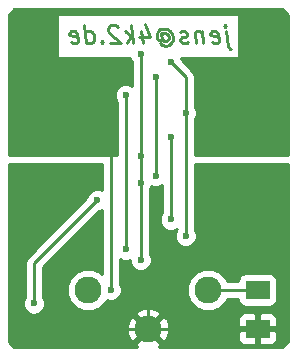
<source format=gbr>
G04 #@! TF.FileFunction,Copper,L2,Bot,Signal*
%FSLAX46Y46*%
G04 Gerber Fmt 4.6, Leading zero omitted, Abs format (unit mm)*
G04 Created by KiCad (PCBNEW 4.0.5) date Sat Apr  1 12:10:48 2017*
%MOMM*%
%LPD*%
G01*
G04 APERTURE LIST*
%ADD10C,0.100000*%
%ADD11C,0.250000*%
%ADD12R,2.032000X1.524000*%
%ADD13C,2.286000*%
%ADD14C,0.600000*%
%ADD15C,0.254000*%
G04 APERTURE END LIST*
D10*
D11*
X176619963Y-89340571D02*
X176780678Y-90626286D01*
X176869964Y-90769143D01*
X177021749Y-90840571D01*
X177093177Y-90840571D01*
X176557463Y-88840571D02*
X176637821Y-88912000D01*
X176575321Y-88983429D01*
X176494964Y-88912000D01*
X176557463Y-88840571D01*
X176575321Y-88983429D01*
X175450321Y-90269143D02*
X175602106Y-90340571D01*
X175887820Y-90340571D01*
X176021749Y-90269143D01*
X176075321Y-90126286D01*
X176003892Y-89554857D01*
X175914606Y-89412000D01*
X175762820Y-89340571D01*
X175477106Y-89340571D01*
X175343178Y-89412000D01*
X175289606Y-89554857D01*
X175307463Y-89697714D01*
X176039606Y-89840571D01*
X174619963Y-89340571D02*
X174744963Y-90340571D01*
X174637821Y-89483429D02*
X174557464Y-89412000D01*
X174405677Y-89340571D01*
X174191392Y-89340571D01*
X174057464Y-89412000D01*
X174003892Y-89554857D01*
X174102106Y-90340571D01*
X173450321Y-90269143D02*
X173316392Y-90340571D01*
X173030677Y-90340571D01*
X172878892Y-90269143D01*
X172789607Y-90126286D01*
X172780678Y-90054857D01*
X172834249Y-89912000D01*
X172968177Y-89840571D01*
X173182463Y-89840571D01*
X173316392Y-89769143D01*
X173369964Y-89626286D01*
X173361035Y-89554857D01*
X173271749Y-89412000D01*
X173119963Y-89340571D01*
X172905677Y-89340571D01*
X172771749Y-89412000D01*
X171155678Y-89626286D02*
X171218177Y-89554857D01*
X171352106Y-89483429D01*
X171494964Y-89483429D01*
X171646749Y-89554857D01*
X171727106Y-89626286D01*
X171816392Y-89769143D01*
X171834249Y-89912000D01*
X171780677Y-90054857D01*
X171718178Y-90126286D01*
X171584249Y-90197714D01*
X171441391Y-90197714D01*
X171289606Y-90126286D01*
X171209249Y-90054857D01*
X171137821Y-89483429D02*
X171209249Y-90054857D01*
X171146749Y-90126286D01*
X171075321Y-90126286D01*
X170923534Y-90054857D01*
X170834249Y-89912000D01*
X170789606Y-89554857D01*
X170905677Y-89340571D01*
X171102106Y-89197714D01*
X171378892Y-89126286D01*
X171673534Y-89197714D01*
X171905677Y-89340571D01*
X172075320Y-89554857D01*
X172182463Y-89840571D01*
X172146749Y-90126286D01*
X172030677Y-90340571D01*
X171834249Y-90483429D01*
X171557463Y-90554857D01*
X171262821Y-90483429D01*
X171030677Y-90340571D01*
X169477106Y-89340571D02*
X169602106Y-90340571D01*
X169762821Y-88769143D02*
X170253892Y-89840571D01*
X169325320Y-89840571D01*
X168816392Y-90340571D02*
X168628892Y-88840571D01*
X168602107Y-89769143D02*
X168244964Y-90340571D01*
X168119964Y-89340571D02*
X168762821Y-89912000D01*
X167503893Y-88983429D02*
X167423535Y-88912000D01*
X167271749Y-88840571D01*
X166914606Y-88840571D01*
X166780678Y-88912000D01*
X166718178Y-88983429D01*
X166664607Y-89126286D01*
X166682464Y-89269143D01*
X166780678Y-89483429D01*
X167744963Y-90340571D01*
X166816392Y-90340571D01*
X166155678Y-90197714D02*
X166093179Y-90269143D01*
X166173535Y-90340571D01*
X166236036Y-90269143D01*
X166155678Y-90197714D01*
X166173535Y-90340571D01*
X164816392Y-90340571D02*
X164628892Y-88840571D01*
X164807464Y-90269143D02*
X164959249Y-90340571D01*
X165244963Y-90340571D01*
X165378893Y-90269143D01*
X165441392Y-90197714D01*
X165494964Y-90054857D01*
X165441393Y-89626286D01*
X165352107Y-89483429D01*
X165271750Y-89412000D01*
X165119963Y-89340571D01*
X164834249Y-89340571D01*
X164700321Y-89412000D01*
X163521750Y-90269143D02*
X163673535Y-90340571D01*
X163959249Y-90340571D01*
X164093178Y-90269143D01*
X164146750Y-90126286D01*
X164075321Y-89554857D01*
X163986035Y-89412000D01*
X163834249Y-89340571D01*
X163548535Y-89340571D01*
X163414607Y-89412000D01*
X163361035Y-89554857D01*
X163378892Y-89697714D01*
X164111035Y-89840571D01*
D12*
X179324000Y-111252000D03*
X179324000Y-114554000D03*
D13*
X164973000Y-111252000D03*
X175133000Y-111252000D03*
X170053000Y-114554000D03*
D14*
X170688000Y-101600000D03*
X170688000Y-93218000D03*
X165735000Y-103632000D03*
X160401000Y-112395000D03*
X169418000Y-91313000D03*
X169418000Y-99949000D03*
X169418000Y-108712000D03*
X169418000Y-102235000D03*
X171958000Y-91948000D03*
X173228000Y-106680000D03*
X173228000Y-96266000D03*
X168148000Y-94752416D03*
X168148000Y-107823000D03*
X171958000Y-105283000D03*
X171958000Y-98298000D03*
X174625000Y-103632000D03*
X163195000Y-114554000D03*
X166878000Y-111252000D03*
X166878000Y-96266000D03*
D11*
X170688000Y-101600000D02*
X170688000Y-100965000D01*
X170688000Y-101600000D02*
X170688000Y-100965000D01*
X170688000Y-100965000D02*
X170688000Y-93218000D01*
X165735000Y-103632000D02*
X160401000Y-108966000D01*
X160401000Y-112395000D02*
X160401000Y-108966000D01*
X169418000Y-99949000D02*
X169418000Y-91313000D01*
X169418000Y-102235000D02*
X169418000Y-99949000D01*
X169418000Y-102235000D02*
X169418000Y-108712000D01*
X173228000Y-96266000D02*
X173228000Y-93218000D01*
X173228000Y-93218000D02*
X171958000Y-91948000D01*
X173228000Y-96266000D02*
X173228000Y-106680000D01*
X168148000Y-107823000D02*
X168148000Y-94752416D01*
X171958000Y-98298000D02*
X171958000Y-105283000D01*
X170053000Y-114554000D02*
X170053000Y-112395000D01*
X174625000Y-107823000D02*
X174625000Y-103632000D01*
X170053000Y-112395000D02*
X174625000Y-107823000D01*
X179324000Y-114554000D02*
X170053000Y-114554000D01*
X163195000Y-114554000D02*
X170053000Y-114554000D01*
X166878000Y-96266000D02*
X166878000Y-111252000D01*
X179324000Y-111252000D02*
X175133000Y-111252000D01*
D15*
G36*
X181864000Y-87936606D02*
X181864000Y-99822000D01*
X173988000Y-99822000D01*
X173988000Y-96828463D01*
X174020192Y-96796327D01*
X174162838Y-96452799D01*
X174163162Y-96080833D01*
X174021117Y-95737057D01*
X173988000Y-95703882D01*
X173988000Y-93218000D01*
X173930148Y-92927161D01*
X173930148Y-92927160D01*
X173765401Y-92680599D01*
X172893122Y-91808320D01*
X172893162Y-91762833D01*
X172834971Y-91622000D01*
X177746036Y-91622000D01*
X177746036Y-87852000D01*
X162359965Y-87852000D01*
X162359965Y-91622000D01*
X168534005Y-91622000D01*
X168624883Y-91841943D01*
X168658000Y-91875118D01*
X168658000Y-93951783D01*
X168334799Y-93817578D01*
X167962833Y-93817254D01*
X167619057Y-93959299D01*
X167355808Y-94222089D01*
X167213162Y-94565617D01*
X167212838Y-94937583D01*
X167354883Y-95281359D01*
X167388000Y-95314534D01*
X167388000Y-99822000D01*
X158242000Y-99822000D01*
X158242000Y-87936606D01*
X158675606Y-87503000D01*
X181430394Y-87503000D01*
X181864000Y-87936606D01*
X181864000Y-87936606D01*
G37*
X181864000Y-87936606D02*
X181864000Y-99822000D01*
X173988000Y-99822000D01*
X173988000Y-96828463D01*
X174020192Y-96796327D01*
X174162838Y-96452799D01*
X174163162Y-96080833D01*
X174021117Y-95737057D01*
X173988000Y-95703882D01*
X173988000Y-93218000D01*
X173930148Y-92927161D01*
X173930148Y-92927160D01*
X173765401Y-92680599D01*
X172893122Y-91808320D01*
X172893162Y-91762833D01*
X172834971Y-91622000D01*
X177746036Y-91622000D01*
X177746036Y-87852000D01*
X162359965Y-87852000D01*
X162359965Y-91622000D01*
X168534005Y-91622000D01*
X168624883Y-91841943D01*
X168658000Y-91875118D01*
X168658000Y-93951783D01*
X168334799Y-93817578D01*
X167962833Y-93817254D01*
X167619057Y-93959299D01*
X167355808Y-94222089D01*
X167213162Y-94565617D01*
X167212838Y-94937583D01*
X167354883Y-95281359D01*
X167388000Y-95314534D01*
X167388000Y-99822000D01*
X158242000Y-99822000D01*
X158242000Y-87936606D01*
X158675606Y-87503000D01*
X181430394Y-87503000D01*
X181864000Y-87936606D01*
G36*
X166118000Y-102778632D02*
X165921799Y-102697162D01*
X165549833Y-102696838D01*
X165206057Y-102838883D01*
X164942808Y-103101673D01*
X164800162Y-103445201D01*
X164800121Y-103492077D01*
X159863599Y-108428599D01*
X159698852Y-108675161D01*
X159641000Y-108966000D01*
X159641000Y-111832537D01*
X159608808Y-111864673D01*
X159466162Y-112208201D01*
X159465838Y-112580167D01*
X159607883Y-112923943D01*
X159870673Y-113187192D01*
X160214201Y-113329838D01*
X160586167Y-113330162D01*
X160663915Y-113298037D01*
X168976642Y-113298037D01*
X170053000Y-114374395D01*
X171129358Y-113298037D01*
X171013194Y-113016342D01*
X170351667Y-112765938D01*
X169644671Y-112787751D01*
X169092806Y-113016342D01*
X168976642Y-113298037D01*
X160663915Y-113298037D01*
X160929943Y-113188117D01*
X161193192Y-112925327D01*
X161335838Y-112581799D01*
X161336162Y-112209833D01*
X161194117Y-111866057D01*
X161161000Y-111832882D01*
X161161000Y-109280802D01*
X165874680Y-104567122D01*
X165920167Y-104567162D01*
X166118000Y-104485419D01*
X166118000Y-109882332D01*
X165981471Y-109745564D01*
X165328218Y-109474309D01*
X164620886Y-109473692D01*
X163967160Y-109743806D01*
X163466564Y-110243529D01*
X163195309Y-110896782D01*
X163194692Y-111604114D01*
X163464806Y-112257840D01*
X163964529Y-112758436D01*
X164617782Y-113029691D01*
X165325114Y-113030308D01*
X165978840Y-112760194D01*
X166479436Y-112260471D01*
X166536658Y-112122666D01*
X166691201Y-112186838D01*
X167063167Y-112187162D01*
X167406943Y-112045117D01*
X167670192Y-111782327D01*
X167744192Y-111604114D01*
X173354692Y-111604114D01*
X173624806Y-112257840D01*
X174124529Y-112758436D01*
X174777782Y-113029691D01*
X175485114Y-113030308D01*
X176138840Y-112760194D01*
X176639436Y-112260471D01*
X176742610Y-112012000D01*
X177660560Y-112012000D01*
X177660560Y-112014000D01*
X177704838Y-112249317D01*
X177843910Y-112465441D01*
X178056110Y-112610431D01*
X178308000Y-112661440D01*
X180340000Y-112661440D01*
X180575317Y-112617162D01*
X180791441Y-112478090D01*
X180936431Y-112265890D01*
X180987440Y-112014000D01*
X180987440Y-110490000D01*
X180943162Y-110254683D01*
X180804090Y-110038559D01*
X180591890Y-109893569D01*
X180340000Y-109842560D01*
X178308000Y-109842560D01*
X178072683Y-109886838D01*
X177856559Y-110025910D01*
X177711569Y-110238110D01*
X177660560Y-110490000D01*
X177660560Y-110492000D01*
X176742773Y-110492000D01*
X176641194Y-110246160D01*
X176141471Y-109745564D01*
X175488218Y-109474309D01*
X174780886Y-109473692D01*
X174127160Y-109743806D01*
X173626564Y-110243529D01*
X173355309Y-110896782D01*
X173354692Y-111604114D01*
X167744192Y-111604114D01*
X167812838Y-111438799D01*
X167813162Y-111066833D01*
X167671117Y-110723057D01*
X167638000Y-110689882D01*
X167638000Y-108623633D01*
X167961201Y-108757838D01*
X168333167Y-108758162D01*
X168483013Y-108696247D01*
X168482838Y-108897167D01*
X168624883Y-109240943D01*
X168887673Y-109504192D01*
X169231201Y-109646838D01*
X169603167Y-109647162D01*
X169946943Y-109505117D01*
X170210192Y-109242327D01*
X170352838Y-108898799D01*
X170353162Y-108526833D01*
X170211117Y-108183057D01*
X170178000Y-108149882D01*
X170178000Y-102797463D01*
X170210192Y-102765327D01*
X170334622Y-102465668D01*
X170501201Y-102534838D01*
X170873167Y-102535162D01*
X171198000Y-102400944D01*
X171198000Y-104720537D01*
X171165808Y-104752673D01*
X171023162Y-105096201D01*
X171022838Y-105468167D01*
X171164883Y-105811943D01*
X171427673Y-106075192D01*
X171771201Y-106217838D01*
X172143167Y-106218162D01*
X172468000Y-106083944D01*
X172468000Y-106117537D01*
X172435808Y-106149673D01*
X172293162Y-106493201D01*
X172292838Y-106865167D01*
X172434883Y-107208943D01*
X172697673Y-107472192D01*
X173041201Y-107614838D01*
X173413167Y-107615162D01*
X173756943Y-107473117D01*
X174020192Y-107210327D01*
X174162838Y-106866799D01*
X174163162Y-106494833D01*
X174021117Y-106151057D01*
X173988000Y-106117882D01*
X173988000Y-100584000D01*
X181864000Y-100584000D01*
X181864000Y-115644394D01*
X181430394Y-116078000D01*
X171018826Y-116078000D01*
X171129358Y-115809963D01*
X170053000Y-114733605D01*
X168976642Y-115809963D01*
X169087174Y-116078000D01*
X158675606Y-116078000D01*
X158242000Y-115644394D01*
X158242000Y-114255333D01*
X168264938Y-114255333D01*
X168286751Y-114962329D01*
X168515342Y-115514194D01*
X168797037Y-115630358D01*
X169873395Y-114554000D01*
X170232605Y-114554000D01*
X171308963Y-115630358D01*
X171590658Y-115514194D01*
X171841062Y-114852667D01*
X171840664Y-114839750D01*
X177673000Y-114839750D01*
X177673000Y-115442309D01*
X177769673Y-115675698D01*
X177948301Y-115854327D01*
X178181690Y-115951000D01*
X179038250Y-115951000D01*
X179197000Y-115792250D01*
X179197000Y-114681000D01*
X179451000Y-114681000D01*
X179451000Y-115792250D01*
X179609750Y-115951000D01*
X180466310Y-115951000D01*
X180699699Y-115854327D01*
X180878327Y-115675698D01*
X180975000Y-115442309D01*
X180975000Y-114839750D01*
X180816250Y-114681000D01*
X179451000Y-114681000D01*
X179197000Y-114681000D01*
X177831750Y-114681000D01*
X177673000Y-114839750D01*
X171840664Y-114839750D01*
X171819249Y-114145671D01*
X171620434Y-113665691D01*
X177673000Y-113665691D01*
X177673000Y-114268250D01*
X177831750Y-114427000D01*
X179197000Y-114427000D01*
X179197000Y-113315750D01*
X179451000Y-113315750D01*
X179451000Y-114427000D01*
X180816250Y-114427000D01*
X180975000Y-114268250D01*
X180975000Y-113665691D01*
X180878327Y-113432302D01*
X180699699Y-113253673D01*
X180466310Y-113157000D01*
X179609750Y-113157000D01*
X179451000Y-113315750D01*
X179197000Y-113315750D01*
X179038250Y-113157000D01*
X178181690Y-113157000D01*
X177948301Y-113253673D01*
X177769673Y-113432302D01*
X177673000Y-113665691D01*
X171620434Y-113665691D01*
X171590658Y-113593806D01*
X171308963Y-113477642D01*
X170232605Y-114554000D01*
X169873395Y-114554000D01*
X168797037Y-113477642D01*
X168515342Y-113593806D01*
X168264938Y-114255333D01*
X158242000Y-114255333D01*
X158242000Y-100584000D01*
X166118000Y-100584000D01*
X166118000Y-102778632D01*
X166118000Y-102778632D01*
G37*
X166118000Y-102778632D02*
X165921799Y-102697162D01*
X165549833Y-102696838D01*
X165206057Y-102838883D01*
X164942808Y-103101673D01*
X164800162Y-103445201D01*
X164800121Y-103492077D01*
X159863599Y-108428599D01*
X159698852Y-108675161D01*
X159641000Y-108966000D01*
X159641000Y-111832537D01*
X159608808Y-111864673D01*
X159466162Y-112208201D01*
X159465838Y-112580167D01*
X159607883Y-112923943D01*
X159870673Y-113187192D01*
X160214201Y-113329838D01*
X160586167Y-113330162D01*
X160663915Y-113298037D01*
X168976642Y-113298037D01*
X170053000Y-114374395D01*
X171129358Y-113298037D01*
X171013194Y-113016342D01*
X170351667Y-112765938D01*
X169644671Y-112787751D01*
X169092806Y-113016342D01*
X168976642Y-113298037D01*
X160663915Y-113298037D01*
X160929943Y-113188117D01*
X161193192Y-112925327D01*
X161335838Y-112581799D01*
X161336162Y-112209833D01*
X161194117Y-111866057D01*
X161161000Y-111832882D01*
X161161000Y-109280802D01*
X165874680Y-104567122D01*
X165920167Y-104567162D01*
X166118000Y-104485419D01*
X166118000Y-109882332D01*
X165981471Y-109745564D01*
X165328218Y-109474309D01*
X164620886Y-109473692D01*
X163967160Y-109743806D01*
X163466564Y-110243529D01*
X163195309Y-110896782D01*
X163194692Y-111604114D01*
X163464806Y-112257840D01*
X163964529Y-112758436D01*
X164617782Y-113029691D01*
X165325114Y-113030308D01*
X165978840Y-112760194D01*
X166479436Y-112260471D01*
X166536658Y-112122666D01*
X166691201Y-112186838D01*
X167063167Y-112187162D01*
X167406943Y-112045117D01*
X167670192Y-111782327D01*
X167744192Y-111604114D01*
X173354692Y-111604114D01*
X173624806Y-112257840D01*
X174124529Y-112758436D01*
X174777782Y-113029691D01*
X175485114Y-113030308D01*
X176138840Y-112760194D01*
X176639436Y-112260471D01*
X176742610Y-112012000D01*
X177660560Y-112012000D01*
X177660560Y-112014000D01*
X177704838Y-112249317D01*
X177843910Y-112465441D01*
X178056110Y-112610431D01*
X178308000Y-112661440D01*
X180340000Y-112661440D01*
X180575317Y-112617162D01*
X180791441Y-112478090D01*
X180936431Y-112265890D01*
X180987440Y-112014000D01*
X180987440Y-110490000D01*
X180943162Y-110254683D01*
X180804090Y-110038559D01*
X180591890Y-109893569D01*
X180340000Y-109842560D01*
X178308000Y-109842560D01*
X178072683Y-109886838D01*
X177856559Y-110025910D01*
X177711569Y-110238110D01*
X177660560Y-110490000D01*
X177660560Y-110492000D01*
X176742773Y-110492000D01*
X176641194Y-110246160D01*
X176141471Y-109745564D01*
X175488218Y-109474309D01*
X174780886Y-109473692D01*
X174127160Y-109743806D01*
X173626564Y-110243529D01*
X173355309Y-110896782D01*
X173354692Y-111604114D01*
X167744192Y-111604114D01*
X167812838Y-111438799D01*
X167813162Y-111066833D01*
X167671117Y-110723057D01*
X167638000Y-110689882D01*
X167638000Y-108623633D01*
X167961201Y-108757838D01*
X168333167Y-108758162D01*
X168483013Y-108696247D01*
X168482838Y-108897167D01*
X168624883Y-109240943D01*
X168887673Y-109504192D01*
X169231201Y-109646838D01*
X169603167Y-109647162D01*
X169946943Y-109505117D01*
X170210192Y-109242327D01*
X170352838Y-108898799D01*
X170353162Y-108526833D01*
X170211117Y-108183057D01*
X170178000Y-108149882D01*
X170178000Y-102797463D01*
X170210192Y-102765327D01*
X170334622Y-102465668D01*
X170501201Y-102534838D01*
X170873167Y-102535162D01*
X171198000Y-102400944D01*
X171198000Y-104720537D01*
X171165808Y-104752673D01*
X171023162Y-105096201D01*
X171022838Y-105468167D01*
X171164883Y-105811943D01*
X171427673Y-106075192D01*
X171771201Y-106217838D01*
X172143167Y-106218162D01*
X172468000Y-106083944D01*
X172468000Y-106117537D01*
X172435808Y-106149673D01*
X172293162Y-106493201D01*
X172292838Y-106865167D01*
X172434883Y-107208943D01*
X172697673Y-107472192D01*
X173041201Y-107614838D01*
X173413167Y-107615162D01*
X173756943Y-107473117D01*
X174020192Y-107210327D01*
X174162838Y-106866799D01*
X174163162Y-106494833D01*
X174021117Y-106151057D01*
X173988000Y-106117882D01*
X173988000Y-100584000D01*
X181864000Y-100584000D01*
X181864000Y-115644394D01*
X181430394Y-116078000D01*
X171018826Y-116078000D01*
X171129358Y-115809963D01*
X170053000Y-114733605D01*
X168976642Y-115809963D01*
X169087174Y-116078000D01*
X158675606Y-116078000D01*
X158242000Y-115644394D01*
X158242000Y-114255333D01*
X168264938Y-114255333D01*
X168286751Y-114962329D01*
X168515342Y-115514194D01*
X168797037Y-115630358D01*
X169873395Y-114554000D01*
X170232605Y-114554000D01*
X171308963Y-115630358D01*
X171590658Y-115514194D01*
X171841062Y-114852667D01*
X171840664Y-114839750D01*
X177673000Y-114839750D01*
X177673000Y-115442309D01*
X177769673Y-115675698D01*
X177948301Y-115854327D01*
X178181690Y-115951000D01*
X179038250Y-115951000D01*
X179197000Y-115792250D01*
X179197000Y-114681000D01*
X179451000Y-114681000D01*
X179451000Y-115792250D01*
X179609750Y-115951000D01*
X180466310Y-115951000D01*
X180699699Y-115854327D01*
X180878327Y-115675698D01*
X180975000Y-115442309D01*
X180975000Y-114839750D01*
X180816250Y-114681000D01*
X179451000Y-114681000D01*
X179197000Y-114681000D01*
X177831750Y-114681000D01*
X177673000Y-114839750D01*
X171840664Y-114839750D01*
X171819249Y-114145671D01*
X171620434Y-113665691D01*
X177673000Y-113665691D01*
X177673000Y-114268250D01*
X177831750Y-114427000D01*
X179197000Y-114427000D01*
X179197000Y-113315750D01*
X179451000Y-113315750D01*
X179451000Y-114427000D01*
X180816250Y-114427000D01*
X180975000Y-114268250D01*
X180975000Y-113665691D01*
X180878327Y-113432302D01*
X180699699Y-113253673D01*
X180466310Y-113157000D01*
X179609750Y-113157000D01*
X179451000Y-113315750D01*
X179197000Y-113315750D01*
X179038250Y-113157000D01*
X178181690Y-113157000D01*
X177948301Y-113253673D01*
X177769673Y-113432302D01*
X177673000Y-113665691D01*
X171620434Y-113665691D01*
X171590658Y-113593806D01*
X171308963Y-113477642D01*
X170232605Y-114554000D01*
X169873395Y-114554000D01*
X168797037Y-113477642D01*
X168515342Y-113593806D01*
X168264938Y-114255333D01*
X158242000Y-114255333D01*
X158242000Y-100584000D01*
X166118000Y-100584000D01*
X166118000Y-102778632D01*
M02*

</source>
